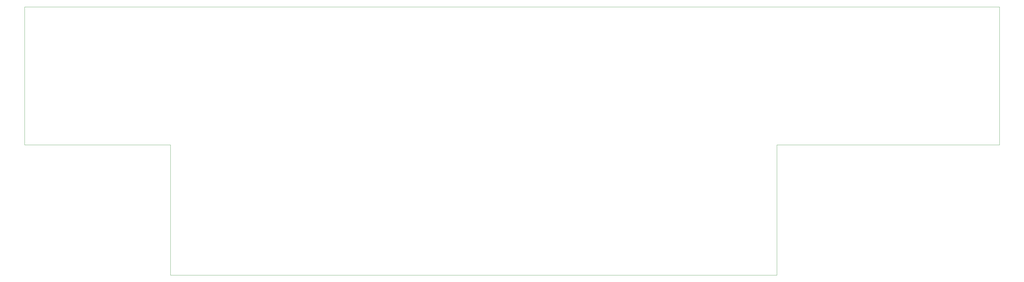
<source format=gbr>
G04 #@! TF.GenerationSoftware,KiCad,Pcbnew,7.0.11*
G04 #@! TF.CreationDate,2024-06-12T14:29:07-04:00*
G04 #@! TF.ProjectId,StenoBoard,5374656e-6f42-46f6-9172-642e6b696361,rev?*
G04 #@! TF.SameCoordinates,Original*
G04 #@! TF.FileFunction,Profile,NP*
%FSLAX46Y46*%
G04 Gerber Fmt 4.6, Leading zero omitted, Abs format (unit mm)*
G04 Created by KiCad (PCBNEW 7.0.11) date 2024-06-12 14:29:07*
%MOMM*%
%LPD*%
G01*
G04 APERTURE LIST*
G04 #@! TA.AperFunction,Profile*
%ADD10C,0.100000*%
G04 #@! TD*
G04 APERTURE END LIST*
D10*
X91440000Y-132080000D02*
X91440000Y-175260000D01*
X43180000Y-132080000D02*
X91440000Y-132080000D01*
X365760000Y-132080000D02*
X365760000Y-86360000D01*
X43180000Y-88900000D02*
X43180000Y-132080000D01*
X292100000Y-175260000D02*
X292100000Y-132080000D01*
X292100000Y-132080000D02*
X365760000Y-132080000D01*
X91440000Y-175260000D02*
X292100000Y-175260000D01*
X365760000Y-86360000D02*
X43180000Y-86360000D01*
X43180000Y-86360000D02*
X43180000Y-88900000D01*
M02*

</source>
